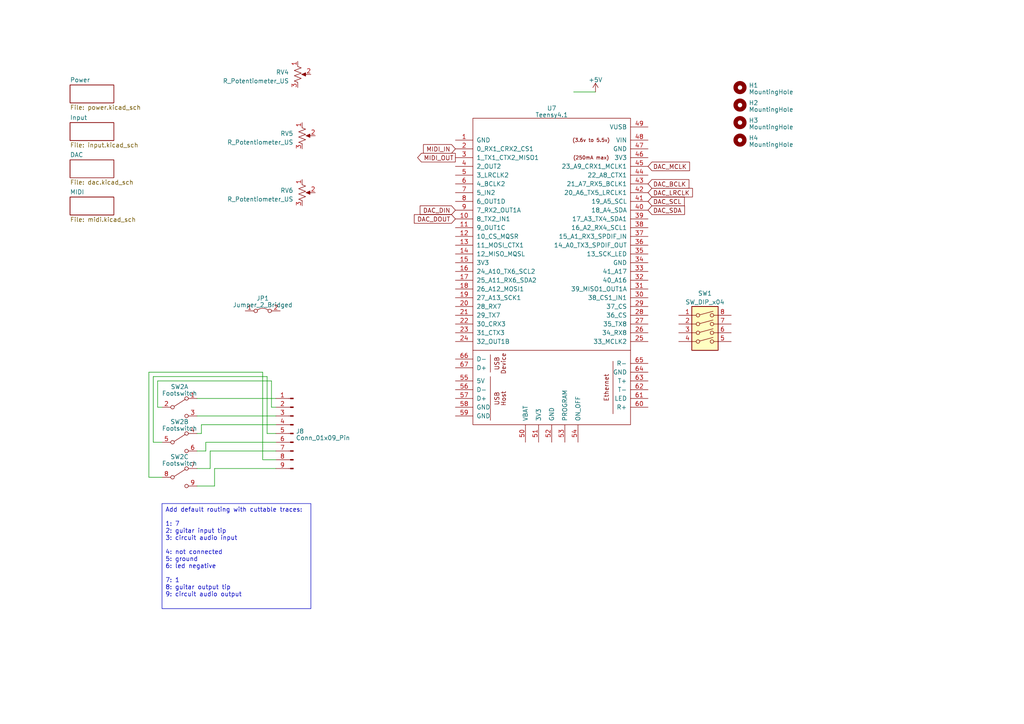
<source format=kicad_sch>
(kicad_sch (version 20230121) (generator eeschema)
  (paper "A4")
  (lib_symbols
    (symbol "Connector:Conn_01x09_Pin" (pin_names (offset 1.016) hide)
      (property "Reference" "J" (at 0 12.7 0))
      (property "Value" "Conn_01x09_Pin" (at 0 -12.7 0))
      (symbol "Conn_01x09_Pin_1_1"
        (polyline (pts (xy 1.27 -10.16) (xy 0.8636 -10.16)) (stroke (width 0.1524)))
        (polyline (pts (xy 1.27 -7.62) (xy 0.8636 -7.62)) (stroke (width 0.1524)))
        (polyline (pts (xy 1.27 -5.08) (xy 0.8636 -5.08)) (stroke (width 0.1524)))
        (polyline (pts (xy 1.27 -2.54) (xy 0.8636 -2.54)) (stroke (width 0.1524)))
        (polyline (pts (xy 1.27 0) (xy 0.8636 0)) (stroke (width 0.1524)))
        (polyline (pts (xy 1.27 2.54) (xy 0.8636 2.54)) (stroke (width 0.1524)))
        (polyline (pts (xy 1.27 5.08) (xy 0.8636 5.08)) (stroke (width 0.1524)))
        (polyline (pts (xy 1.27 7.62) (xy 0.8636 7.62)) (stroke (width 0.1524)))
        (polyline (pts (xy 1.27 10.16) (xy 0.8636 10.16)) (stroke (width 0.1524)))
        (rectangle (start 0.8636 -10.033) (end 0 -10.287) (stroke (width 0.1524)) (fill (type outline)))
        (rectangle (start 0.8636 -7.493) (end 0 -7.747) (stroke (width 0.1524)) (fill (type outline)))
        (rectangle (start 0.8636 -4.953) (end 0 -5.207) (stroke (width 0.1524)) (fill (type outline)))
        (rectangle (start 0.8636 -2.413) (end 0 -2.667) (stroke (width 0.1524)) (fill (type outline)))
        (rectangle (start 0.8636 0.127) (end 0 -0.127) (stroke (width 0.1524)) (fill (type outline)))
        (rectangle (start 0.8636 2.667) (end 0 2.413) (stroke (width 0.1524)) (fill (type outline)))
        (rectangle (start 0.8636 5.207) (end 0 4.953) (stroke (width 0.1524)) (fill (type outline)))
        (rectangle (start 0.8636 7.747) (end 0 7.493) (stroke (width 0.1524)) (fill (type outline)))
        (rectangle (start 0.8636 10.287) (end 0 10.033) (stroke (width 0.1524)) (fill (type outline)))
        (pin passive line (at 5.08 10.16 180) (length 3.81) (name "Pin_1") (number "1"))
        (pin passive line (at 5.08 7.62 180) (length 3.81) (name "Pin_2") (number "2"))
        (pin passive line (at 5.08 5.08 180) (length 3.81) (name "Pin_3") (number "3"))
        (pin passive line (at 5.08 2.54 180) (length 3.81) (name "Pin_4") (number "4"))
        (pin passive line (at 5.08 0 180) (length 3.81) (name "Pin_5") (number "5"))
        (pin passive line (at 5.08 -2.54 180) (length 3.81) (name "Pin_6") (number "6"))
        (pin passive line (at 5.08 -5.08 180) (length 3.81) (name "Pin_7") (number "7"))
        (pin passive line (at 5.08 -7.62 180) (length 3.81) (name "Pin_8") (number "8"))
        (pin passive line (at 5.08 -10.16 180) (length 3.81) (name "Pin_9") (number "9"))
      )
    )
    (symbol "Device:R_Potentiometer_US" (pin_names (offset 1.016) hide)
      (property "Reference" "RV" (at -4.445 0 90))
      (property "Value" "R_Potentiometer_US" (at -2.54 0 90))
      (symbol "R_Potentiometer_US_0_1"
        (polyline (pts (xy 0 -2.286) (xy 0 -2.54)))
        (polyline (pts (xy 0 2.54) (xy 0 2.286)))
        (polyline (pts (xy 2.54 0) (xy 1.524 0)))
        (polyline (pts (xy 1.143 0) (xy 2.286 0.508) (xy 2.286 -0.508) (xy 1.143 0)) (fill (type outline)))
        (polyline (pts (xy 0 -0.762) (xy 1.016 -1.143) (xy 0 -1.524) (xy -1.016 -1.905) (xy 0 -2.286)))
        (polyline (pts (xy 0 0.762) (xy 1.016 0.381) (xy 0 0) (xy -1.016 -0.381) (xy 0 -0.762)))
        (polyline (pts (xy 0 2.286) (xy 1.016 1.905) (xy 0 1.524) (xy -1.016 1.143) (xy 0 0.762)))
      )
      (symbol "R_Potentiometer_US_1_1"
        (pin passive line (at 0 3.81 270) (length 1.27) (name "1") (number "1"))
        (pin passive line (at 3.81 0 180) (length 1.27) (name "2") (number "2"))
        (pin passive line (at 0 -3.81 90) (length 1.27) (name "3") (number "3"))
      )
    )
    (symbol "Jumper:Jumper_2_Bridged" (pin_names (offset 0) hide)
      (property "Reference" "JP" (at 0 1.905 0))
      (property "Value" "Jumper_2_Bridged" (at 0 -2.54 0))
      (symbol "Jumper_2_Bridged_0_0"
        (circle (center -2.032 0) (radius 0.508))
        (circle (center 2.032 0) (radius 0.508))
      )
      (symbol "Jumper_2_Bridged_0_1"
        (arc (start 1.524 0.254) (mid 0 0.762) (end -1.524 0.254))
      )
      (symbol "Jumper_2_Bridged_1_1"
        (pin passive line (at -5.08 0 0) (length 2.54) (name "A") (number "1"))
        (pin passive line (at 5.08 0 180) (length 2.54) (name "B") (number "2"))
      )
    )
    (symbol "Mechanical:MountingHole" (pin_names (offset 1.016))
      (property "Reference" "H" (at 0 5.08 0))
      (property "Value" "MountingHole" (at 0 3.175 0))
      (symbol "MountingHole_0_1"
        (circle (center 0 0) (radius 1.27) (stroke (width 1.27)))
      )
    )
    (symbol "SW_3PDT_1" (pin_names (offset 0) hide)
      (property "Reference" "SW" (at 0 4.318 0))
      (property "Value" "SW_3PDT" (at 0 -5.08 0))
      (symbol "SW_3PDT_1_0_0"
        (circle (center -2.032 0) (radius 0.508))
        (circle (center 2.032 -2.54) (radius 0.508))
      )
      (symbol "SW_3PDT_1_0_1"
        (polyline (pts (xy -1.524 0.254) (xy 1.651 2.286)))
        (circle (center 2.032 2.54) (radius 0.508))
      )
      (symbol "SW_3PDT_1_1_1"
        (pin passive line (at 5.08 2.54 180) (length 2.54) (name "A") (number "1"))
        (pin passive line (at -5.08 0 0) (length 2.54) (name "B") (number "2"))
        (pin passive line (at 5.08 -2.54 180) (length 2.54) (name "C") (number "3"))
      )
      (symbol "SW_3PDT_1_2_1"
        (pin passive line (at 5.08 2.54 180) (length 2.54) (name "A") (number "4"))
        (pin passive line (at -5.08 0 0) (length 2.54) (name "B") (number "5"))
        (pin passive line (at 5.08 -2.54 180) (length 2.54) (name "C") (number "6"))
      )
      (symbol "SW_3PDT_1_3_1"
        (pin passive line (at 5.08 2.54 180) (length 2.54) (name "A") (number "7"))
        (pin passive line (at -5.08 0 0) (length 2.54) (name "B") (number "8"))
        (pin passive line (at 5.08 -2.54 180) (length 2.54) (name "C") (number "9"))
      )
    )
    (symbol "SW_3PDT_2" (pin_names (offset 0) hide)
      (property "Reference" "SW" (at 0 4.318 0))
      (property "Value" "SW_3PDT" (at 0 -5.08 0))
      (symbol "SW_3PDT_2_0_0"
        (circle (center -2.032 0) (radius 0.508))
        (circle (center 2.032 -2.54) (radius 0.508))
      )
      (symbol "SW_3PDT_2_0_1"
        (polyline (pts (xy -1.524 0.254) (xy 1.651 2.286)))
        (circle (center 2.032 2.54) (radius 0.508))
      )
      (symbol "SW_3PDT_2_1_1"
        (pin passive line (at 5.08 2.54 180) (length 2.54) (name "A") (number "1"))
        (pin passive line (at -5.08 0 0) (length 2.54) (name "B") (number "2"))
        (pin passive line (at 5.08 -2.54 180) (length 2.54) (name "C") (number "3"))
      )
      (symbol "SW_3PDT_2_2_1"
        (pin passive line (at 5.08 2.54 180) (length 2.54) (name "A") (number "4"))
        (pin passive line (at -5.08 0 0) (length 2.54) (name "B") (number "5"))
        (pin passive line (at 5.08 -2.54 180) (length 2.54) (name "C") (number "6"))
      )
      (symbol "SW_3PDT_2_3_1"
        (pin passive line (at 5.08 2.54 180) (length 2.54) (name "A") (number "7"))
        (pin passive line (at -5.08 0 0) (length 2.54) (name "B") (number "8"))
        (pin passive line (at 5.08 -2.54 180) (length 2.54) (name "C") (number "9"))
      )
    )
    (symbol "Switch:SW_DIP_x04" (pin_names (offset 0) hide)
      (property "Reference" "SW" (at 0 8.89 0))
      (property "Value" "SW_DIP_x04" (at 0 -6.35 0))
      (symbol "SW_DIP_x04_0_0"
        (circle (center -2.032 -2.54) (radius 0.508))
        (circle (center -2.032 0) (radius 0.508))
        (circle (center -2.032 2.54) (radius 0.508))
        (circle (center -2.032 5.08) (radius 0.508))
        (polyline (pts (xy -1.524 -2.3876) (xy 2.3622 -1.3462)))
        (polyline (pts (xy -1.524 0.127) (xy 2.3622 1.1684)))
        (polyline (pts (xy -1.524 2.667) (xy 2.3622 3.7084)))
        (polyline (pts (xy -1.524 5.207) (xy 2.3622 6.2484)))
        (circle (center 2.032 -2.54) (radius 0.508))
        (circle (center 2.032 0) (radius 0.508))
        (circle (center 2.032 2.54) (radius 0.508))
        (circle (center 2.032 5.08) (radius 0.508))
      )
      (symbol "SW_DIP_x04_0_1"
        (rectangle (start -3.81 7.62) (end 3.81 -5.08) (stroke (width 0.254)) (fill (type background)))
      )
      (symbol "SW_DIP_x04_1_1"
        (pin passive line (at -7.62 5.08 0) (length 5.08) (name "~") (number "1"))
        (pin passive line (at -7.62 2.54 0) (length 5.08) (name "~") (number "2"))
        (pin passive line (at -7.62 0 0) (length 5.08) (name "~") (number "3"))
        (pin passive line (at -7.62 -2.54 0) (length 5.08) (name "~") (number "4"))
        (pin passive line (at 7.62 -2.54 180) (length 5.08) (name "~") (number "5"))
        (pin passive line (at 7.62 0 180) (length 5.08) (name "~") (number "6"))
        (pin passive line (at 7.62 2.54 180) (length 5.08) (name "~") (number "7"))
        (pin passive line (at 7.62 5.08 180) (length 5.08) (name "~") (number "8"))
      )
    )
    (symbol "power:+5V" (power) (pin_names (offset 0))
      (property "Value" "+5V" (at 0 3.556 0))
      (symbol "+5V_0_1"
        (polyline (pts (xy -0.762 1.27) (xy 0 2.54)))
        (polyline (pts (xy 0 0) (xy 0 2.54)))
        (polyline (pts (xy 0 2.54) (xy 0.762 1.27)))
      )
      (symbol "+5V_1_1"
        (pin power_in line (at 0 0 90) (length 0) hide (name "+5V") (number "1"))
      )
    )
    (symbol "stomp:SW_3PDT" (pin_names (offset 0) hide)
      (property "Reference" "SW" (at 0 4.318 0))
      (property "Value" "SW_3PDT" (at 0 -5.08 0))
      (symbol "SW_3PDT_0_0"
        (circle (center -2.032 0) (radius 0.508))
        (circle (center 2.032 -2.54) (radius 0.508))
      )
      (symbol "SW_3PDT_0_1"
        (polyline (pts (xy -1.524 0.254) (xy 1.651 2.286)))
        (circle (center 2.032 2.54) (radius 0.508))
      )
      (symbol "SW_3PDT_1_1"
        (pin passive line (at 5.08 2.54 180) (length 2.54) (name "A") (number "1"))
        (pin passive line (at -5.08 0 0) (length 2.54) (name "B") (number "2"))
        (pin passive line (at 5.08 -2.54 180) (length 2.54) (name "C") (number "3"))
      )
      (symbol "SW_3PDT_2_1"
        (pin passive line (at 5.08 2.54 180) (length 2.54) (name "A") (number "4"))
        (pin passive line (at -5.08 0 0) (length 2.54) (name "B") (number "5"))
        (pin passive line (at 5.08 -2.54 180) (length 2.54) (name "C") (number "6"))
      )
      (symbol "SW_3PDT_3_1"
        (pin passive line (at 5.08 2.54 180) (length 2.54) (name "A") (number "7"))
        (pin passive line (at -5.08 0 0) (length 2.54) (name "B") (number "8"))
        (pin passive line (at 5.08 -2.54 180) (length 2.54) (name "C") (number "9"))
      )
    )
    (symbol "teensy:Teensy4.1" (pin_names (offset 1.016))
      (property "Reference" "U" (at 0 64.77 0))
      (property "Value" "Teensy4.1" (at 0 62.23 0))
      (symbol "Teensy4.1_0_0"
        (polyline (pts (xy -22.86 -6.35) (xy 22.86 -6.35)))
        (polyline (pts (xy -17.78 -26.67) (xy -17.78 -13.97)))
        (polyline (pts (xy -17.78 -7.62) (xy -17.78 -12.7)))
        (polyline (pts (xy 17.78 -9.525) (xy 17.78 -24.765)))
        (text "(250mA max)" (at 11.43 49.53 0) (effects (font (size 1.016 1.016))))
        (text "(3.6v to 5.5v)" (at 11.43 54.61 0) (effects (font (size 1.016 1.016))))
        (text "Device" (at -13.97 -10.16 900) (effects (font (size 1.27 1.27))))
        (text "Ethernet" (at 15.875 -17.145 900) (effects (font (size 1.27 1.27))))
        (text "Host" (at -13.97 -20.32 900) (effects (font (size 1.27 1.27))))
        (text "USB" (at -15.875 -20.32 900) (effects (font (size 1.27 1.27))))
        (text "USB" (at -15.875 -10.16 900) (effects (font (size 1.27 1.27))))
        (pin bidirectional line (at -27.94 31.75 0) (length 5.08) (name "8_TX2_IN1") (number "10"))
        (pin bidirectional line (at -27.94 29.21 0) (length 5.08) (name "9_OUT1C") (number "11"))
        (pin bidirectional line (at -27.94 26.67 0) (length 5.08) (name "10_CS_MQSR") (number "12"))
        (pin bidirectional line (at -27.94 24.13 0) (length 5.08) (name "11_MOSI_CTX1") (number "13"))
        (pin bidirectional line (at -27.94 21.59 0) (length 5.08) (name "12_MISO_MQSL") (number "14"))
        (pin power_in line (at -27.94 19.05 0) (length 5.08) (name "3V3") (number "15"))
        (pin bidirectional line (at -27.94 16.51 0) (length 5.08) (name "24_A10_TX6_SCL2") (number "16"))
        (pin bidirectional line (at -27.94 13.97 0) (length 5.08) (name "25_A11_RX6_SDA2") (number "17"))
        (pin bidirectional line (at -27.94 11.43 0) (length 5.08) (name "26_A12_MOSI1") (number "18"))
        (pin bidirectional line (at -27.94 8.89 0) (length 5.08) (name "27_A13_SCK1") (number "19"))
        (pin bidirectional line (at -27.94 6.35 0) (length 5.08) (name "28_RX7") (number "20"))
        (pin bidirectional line (at -27.94 3.81 0) (length 5.08) (name "29_TX7") (number "21"))
        (pin bidirectional line (at -27.94 1.27 0) (length 5.08) (name "30_CRX3") (number "22"))
        (pin bidirectional line (at -27.94 -1.27 0) (length 5.08) (name "31_CTX3") (number "23"))
        (pin bidirectional line (at -27.94 -3.81 0) (length 5.08) (name "32_OUT1B") (number "24"))
        (pin bidirectional line (at 27.94 -3.81 180) (length 5.08) (name "33_MCLK2") (number "25"))
        (pin bidirectional line (at 27.94 -1.27 180) (length 5.08) (name "34_RX8") (number "26"))
        (pin bidirectional line (at 27.94 1.27 180) (length 5.08) (name "35_TX8") (number "27"))
        (pin bidirectional line (at 27.94 3.81 180) (length 5.08) (name "36_CS") (number "28"))
        (pin bidirectional line (at 27.94 6.35 180) (length 5.08) (name "37_CS") (number "29"))
        (pin bidirectional line (at 27.94 8.89 180) (length 5.08) (name "38_CS1_IN1") (number "30"))
        (pin bidirectional line (at 27.94 11.43 180) (length 5.08) (name "39_MISO1_OUT1A") (number "31"))
        (pin bidirectional line (at 27.94 13.97 180) (length 5.08) (name "40_A16") (number "32"))
        (pin bidirectional line (at 27.94 16.51 180) (length 5.08) (name "41_A17") (number "33"))
        (pin bidirectional line (at 27.94 21.59 180) (length 5.08) (name "13_SCK_LED") (number "35"))
        (pin bidirectional line (at 27.94 24.13 180) (length 5.08) (name "14_A0_TX3_SPDIF_OUT") (number "36"))
        (pin bidirectional line (at 27.94 26.67 180) (length 5.08) (name "15_A1_RX3_SPDIF_IN") (number "37"))
        (pin bidirectional line (at 27.94 29.21 180) (length 5.08) (name "16_A2_RX4_SCL1") (number "38"))
        (pin bidirectional line (at 27.94 31.75 180) (length 5.08) (name "17_A3_TX4_SDA1") (number "39"))
        (pin bidirectional line (at 27.94 34.29 180) (length 5.08) (name "18_A4_SDA") (number "40"))
        (pin bidirectional line (at 27.94 36.83 180) (length 5.08) (name "19_A5_SCL") (number "41"))
        (pin bidirectional line (at 27.94 39.37 180) (length 5.08) (name "20_A6_TX5_LRCLK1") (number "42"))
        (pin bidirectional line (at 27.94 41.91 180) (length 5.08) (name "21_A7_RX5_BCLK1") (number "43"))
        (pin bidirectional line (at 27.94 44.45 180) (length 5.08) (name "22_A8_CTX1") (number "44"))
        (pin bidirectional line (at 27.94 46.99 180) (length 5.08) (name "23_A9_CRX1_MCLK1") (number "45"))
        (pin output line (at 27.94 49.53 180) (length 5.08) (name "3V3") (number "46"))
        (pin output line (at 27.94 52.07 180) (length 5.08) (name "GND") (number "47"))
        (pin power_in line (at 27.94 54.61 180) (length 5.08) (name "VIN") (number "48"))
        (pin power_out line (at 27.94 58.42 180) (length 5.08) (name "VUSB") (number "49"))
        (pin bidirectional line (at -27.94 44.45 0) (length 5.08) (name "3_LRCLK2") (number "5"))
        (pin power_in line (at -7.62 -33.02 90) (length 5.08) (name "VBAT") (number "50"))
        (pin power_in line (at -3.81 -33.02 90) (length 5.08) (name "3V3") (number "51"))
        (pin input line (at 0 -33.02 90) (length 5.08) (name "GND") (number "52"))
        (pin input line (at 3.81 -33.02 90) (length 5.08) (name "PROGRAM") (number "53"))
        (pin input line (at 7.62 -33.02 90) (length 5.08) (name "ON_OFF") (number "54"))
        (pin power_out line (at -27.94 -15.24 0) (length 5.08) (name "5V") (number "55"))
        (pin bidirectional line (at -27.94 -17.78 0) (length 5.08) (name "D-") (number "56"))
        (pin bidirectional line (at -27.94 -20.32 0) (length 5.08) (name "D+") (number "57"))
        (pin power_in line (at -27.94 -22.86 0) (length 5.08) (name "GND") (number "58"))
        (pin power_in line (at -27.94 -25.4 0) (length 5.08) (name "GND") (number "59"))
        (pin bidirectional line (at -27.94 41.91 0) (length 5.08) (name "4_BCLK2") (number "6"))
        (pin bidirectional line (at 27.94 -22.86 180) (length 5.08) (name "R+") (number "60"))
        (pin bidirectional line (at 27.94 -20.32 180) (length 5.08) (name "LED") (number "61"))
        (pin bidirectional line (at 27.94 -17.78 180) (length 5.08) (name "T-") (number "62"))
        (pin bidirectional line (at 27.94 -15.24 180) (length 5.08) (name "T+") (number "63"))
        (pin power_in line (at 27.94 -12.7 180) (length 5.08) (name "GND") (number "64"))
        (pin bidirectional line (at 27.94 -10.16 180) (length 5.08) (name "R-") (number "65"))
        (pin bidirectional line (at -27.94 -8.89 0) (length 5.08) (name "D-") (number "66"))
        (pin bidirectional line (at -27.94 -11.43 0) (length 5.08) (name "D+") (number "67"))
        (pin bidirectional line (at -27.94 39.37 0) (length 5.08) (name "5_IN2") (number "7"))
        (pin bidirectional line (at -27.94 36.83 0) (length 5.08) (name "6_OUT1D") (number "8"))
        (pin bidirectional line (at -27.94 34.29 0) (length 5.08) (name "7_RX2_OUT1A") (number "9"))
      )
      (symbol "Teensy4.1_0_1"
        (rectangle (start -22.86 60.96) (end 22.86 -27.94))
        (rectangle (start -20.32 -1.27) (end -20.32 -1.27))
      )
      (symbol "Teensy4.1_1_1"
        (pin power_in line (at -27.94 54.61 0) (length 5.08) (name "GND") (number "1"))
        (pin bidirectional line (at -27.94 52.07 0) (length 5.08) (name "0_RX1_CRX2_CS1") (number "2"))
        (pin bidirectional line (at -27.94 49.53 0) (length 5.08) (name "1_TX1_CTX2_MISO1") (number "3"))
        (pin power_in line (at 27.94 19.05 180) (length 5.08) (name "GND") (number "34"))
        (pin bidirectional line (at -27.94 46.99 0) (length 5.08) (name "2_OUT2") (number "4"))
      )
    )
  )
  (wire (pts (xy 166.37 26.67) (xy 172.72 26.67)))
  (wire (pts (xy 43.18 138.43) (xy 43.18 107.95)))
  (wire (pts (xy 57.15 115.57) (xy 80.01 115.57)))
  (wire (pts (xy 60.96 130.81) (xy 80.01 130.81)))
  (wire (pts (xy 46.99 118.11) (xy 45.72 118.11)))
  (wire (pts (xy 57.15 120.65) (xy 80.01 120.65)))
  (wire (pts (xy 43.18 107.95) (xy 76.2 107.95)))
  (wire (pts (xy 76.2 133.35) (xy 80.01 133.35)))
  (wire (pts (xy 45.72 110.49) (xy 78.74 110.49)))
  (wire (pts (xy 44.45 128.27) (xy 44.45 109.22)))
  (wire (pts (xy 58.42 123.19) (xy 80.01 123.19)))
  (wire (pts (xy 46.99 138.43) (xy 43.18 138.43)))
  (wire (pts (xy 57.15 135.89) (xy 60.96 135.89)))
  (wire (pts (xy 78.74 118.11) (xy 80.01 118.11)))
  (wire (pts (xy 77.47 125.73) (xy 80.01 125.73)))
  (wire (pts (xy 60.96 135.89) (xy 60.96 130.81)))
  (wire (pts (xy 62.23 135.89) (xy 80.01 135.89)))
  (wire (pts (xy 77.47 109.22) (xy 77.47 125.73)))
  (wire (pts (xy 45.72 118.11) (xy 45.72 110.49)))
  (wire (pts (xy 57.15 140.97) (xy 62.23 140.97)))
  (wire (pts (xy 58.42 125.73) (xy 58.42 123.19)))
  (wire (pts (xy 57.15 130.81) (xy 59.69 130.81)))
  (wire (pts (xy 46.99 128.27) (xy 44.45 128.27)))
  (wire (pts (xy 62.23 140.97) (xy 62.23 135.89)))
  (wire (pts (xy 59.69 130.81) (xy 59.69 128.27)))
  (wire (pts (xy 78.74 110.49) (xy 78.74 118.11)))
  (wire (pts (xy 59.69 128.27) (xy 80.01 128.27)))
  (wire (pts (xy 44.45 109.22) (xy 77.47 109.22)))
  (wire (pts (xy 57.15 125.73) (xy 58.42 125.73)))
  (wire (pts (xy 76.2 107.95) (xy 76.2 133.35)))
  (text_box "Add default routing with cuttable traces:\n\n1: 7\n2: guitar input tip\n3: circuit audio input\n\n4: not connected\n5: ground\n6: led negative\n\n7: 1\n8: guitar output tip\n9: circuit audio output" (at 46.99 146.05 0) (size 43.18 30.48) (effects (font (size 1.27 1.27)) (justify left top)))
  (global_label "DAC_DIN" (shape input) (at 132.08 60.96 180) (property "Intersheetrefs" "${INTERSHEET_REFS}" (effects hide)))
  (global_label "MIDI_IN" (shape input) (at 132.08 43.18 180) (property "Intersheetrefs" "${INTERSHEET_REFS}" (effects hide)))
  (global_label "DAC_LRCLK" (shape input) (at 187.96 55.88 0) (property "Intersheetrefs" "${INTERSHEET_REFS}" (effects hide)))
  (global_label "DAC_SDA" (shape input) (at 187.96 60.96 0) (property "Intersheetrefs" "${INTERSHEET_REFS}" (effects hide)))
  (global_label "DAC_BCLK" (shape input) (at 187.96 53.34 0) (property "Intersheetrefs" "${INTERSHEET_REFS}" (effects hide)))
  (global_label "DAC_SCL" (shape input) (at 187.96 58.42 0) (property "Intersheetrefs" "${INTERSHEET_REFS}" (effects hide)))
  (global_label "MIDI_OUT" (shape output) (at 132.08 45.72 180) (property "Intersheetrefs" "${INTERSHEET_REFS}" (effects hide)))
  (global_label "DAC_MCLK" (shape input) (at 187.96 48.26 0) (property "Intersheetrefs" "${INTERSHEET_REFS}" (effects hide)))
  (global_label "DAC_DOUT" (shape input) (at 132.08 63.5 180) (property "Intersheetrefs" "${INTERSHEET_REFS}" (effects hide)))
  (symbol (lib_id "Switch:SW_DIP_x04") (at 204.47 96.52 0) (unit 1)
    (property "Reference" "SW1" (at 204.47 85.09 0))
    (property "Value" "SW_DIP_x04" (at 204.47 87.63 0))
    (property "Footprint" "Button_Switch_THT:SW_DIP_SPSTx04_Slide_9.78x12.34mm_W7.62mm_P2.54mm" (effects hide))
  )
  (symbol (lib_id "Connector:Conn_01x09_Pin") (at 85.09 125.73 0) (mirror y) (unit 1)
    (property "Reference" "J8" (at 85.8012 125.0863 0) (effects (justify right)))
    (property "Value" "Conn_01x09_Pin" (at 85.8012 127.0073 0) (effects (justify right)))
    (property "Footprint" "Connector_PinHeader_2.54mm:PinHeader_1x09_P2.54mm_Vertical" (effects hide))
  )
  (symbol (lib_id "teensy:Teensy4.1") (at 160.02 95.25 0) (unit 1)
    (property "Reference" "U7" (at 160.02 31.4071 0))
    (property "Value" "Teensy4.1" (at 160.02 33.3281 0))
    (property "Footprint" "stomp:Teensy41_stomp" (effects hide))
  )
  (symbol (lib_id "Mechanical:MountingHole") (at 214.63 30.48 0) (unit 1)
    (property "Reference" "H2" (at 217.17 29.8363 0) (effects (justify left)))
    (property "Value" "MountingHole" (at 217.17 31.7573 0) (effects (justify left)))
    (property "Footprint" "MountingHole:MountingHole_3.2mm_M3" (effects hide))
  )
  (symbol (lib_id "Mechanical:MountingHole") (at 214.63 40.64 0) (unit 1)
    (property "Reference" "H4" (at 217.17 39.9963 0) (effects (justify left)))
    (property "Value" "MountingHole" (at 217.17 41.9173 0) (effects (justify left)))
    (property "Footprint" "MountingHole:MountingHole_3.2mm_M3" (effects hide))
  )
  (symbol (lib_name "SW_3PDT_1") (lib_id "stomp:SW_3PDT") (at 52.07 128.27 0) (unit 2)
    (property "Reference" "SW2" (at 52.07 122.3391 0))
    (property "Value" "Footswitch" (at 52.07 124.2601 0))
    (property "Footprint" "stomp:Footswitch_3PDT" (effects hide))
  )
  (symbol (lib_id "Mechanical:MountingHole") (at 214.63 25.4 0) (unit 1)
    (property "Reference" "H1" (at 217.17 24.7563 0) (effects (justify left)))
    (property "Value" "MountingHole" (at 217.17 26.6773 0) (effects (justify left)))
    (property "Footprint" "MountingHole:MountingHole_3.2mm_M3" (effects hide))
  )
  (symbol (lib_id "stomp:SW_3PDT") (at 52.07 118.11 0) (unit 1)
    (property "Reference" "SW2" (at 52.07 112.1791 0))
    (property "Value" "Footswitch" (at 52.07 114.1001 0))
    (property "Footprint" "stomp:Footswitch_3PDT" (effects hide))
  )
  (symbol (lib_id "Device:R_Potentiometer_US") (at 86.36 21.59 0) (unit 1)
    (property "Reference" "RV4" (at 83.82 20.955 0) (effects (justify right)))
    (property "Value" "R_Potentiometer_US" (at 83.82 23.495 0) (effects (justify right)))
    (property "Footprint" "Potentiometer_THT:Potentiometer_Piher_PC-16_Single_Vertical" (effects hide))
  )
  (symbol (lib_id "Mechanical:MountingHole") (at 214.63 35.56 0) (unit 1)
    (property "Reference" "H3" (at 217.17 34.9163 0) (effects (justify left)))
    (property "Value" "MountingHole" (at 217.17 36.8373 0) (effects (justify left)))
    (property "Footprint" "MountingHole:MountingHole_3.2mm_M3" (effects hide))
  )
  (symbol (lib_id "Device:R_Potentiometer_US") (at 87.63 39.37 0) (unit 1)
    (property "Reference" "RV5" (at 85.09 38.735 0) (effects (justify right)))
    (property "Value" "R_Potentiometer_US" (at 85.09 41.275 0) (effects (justify right)))
    (property "Footprint" "Potentiometer_THT:Potentiometer_Piher_PC-16_Single_Vertical" (effects hide))
  )
  (symbol (lib_id "power:+5V") (at 172.72 26.67 0) (unit 1)
    (property "Reference" "#PWR09" (effects hide))
    (property "Value" "+5V" (at 172.72 23.1681 0))
  )
  (symbol (lib_id "Jumper:Jumper_2_Bridged") (at 76.2 90.17 0) (unit 1)
    (property "Reference" "JP1" (at 76.2 86.5251 0))
    (property "Value" "Jumper_2_Bridged" (at 76.2 88.4461 0))
  )
  (symbol (lib_name "SW_3PDT_2") (lib_id "stomp:SW_3PDT") (at 52.07 138.43 0) (unit 3)
    (property "Reference" "SW2" (at 52.07 132.4991 0))
    (property "Value" "Footswitch" (at 52.07 134.4201 0))
    (property "Footprint" "stomp:Footswitch_3PDT" (effects hide))
  )
  (symbol (lib_id "Device:R_Potentiometer_US") (at 87.63 55.88 0) (unit 1)
    (property "Reference" "RV6" (at 85.09 55.245 0) (effects (justify right)))
    (property "Value" "R_Potentiometer_US" (at 85.09 57.785 0) (effects (justify right)))
    (property "Footprint" "Potentiometer_THT:Potentiometer_Piher_PC-16_Single_Vertical" (effects hide))
  )
  (sheet (at 20.32 57.15) (size 12.7 5.207) (stroke (width 0.1524))
    (property "Sheetname" "MIDI" (at 20.32 56.4384 0) (effects (justify left bottom)))
    (property "Sheetfile" "midi.kicad_sch" (at 20.32 62.9416 0) (effects (justify left top)))
  )
  (sheet (at 20.32 24.638) (size 12.7 5.207) (stroke (width 0.1524))
    (property "Sheetname" "Power" (at 20.32 23.9264 0) (effects (justify left bottom)))
    (property "Sheetfile" "power.kicad_sch" (at 20.32 30.4296 0) (effects (justify left top)))
  )
  (sheet (at 20.32 46.355) (size 12.7 5.207) (stroke (width 0.1524))
    (property "Sheetname" "DAC" (at 20.32 45.6434 0) (effects (justify left bottom)))
    (property "Sheetfile" "dac.kicad_sch" (at 20.32 52.1466 0) (effects (justify left top)))
  )
  (sheet (at 20.32 35.56) (size 12.7 5.207) (stroke (width 0.1524))
    (property "Sheetname" "Input" (at 20.32 34.8484 0) (effects (justify left bottom)))
    (property "Sheetfile" "input.kicad_sch" (at 20.32 41.3516 0) (effects (justify left top)))
  )
)
</source>
